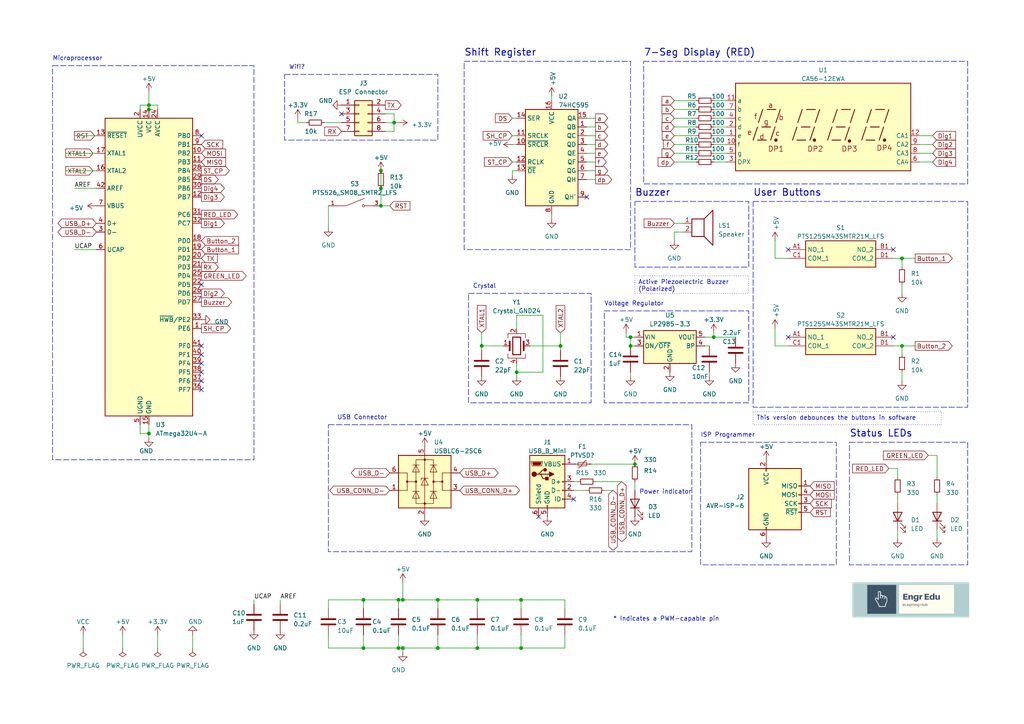
<source format=kicad_sch>
(kicad_sch (version 20230121) (generator eeschema)
  (paper "A4")
  (title_block (title "Arduino Uno Shield") (date "2023-03-22") (rev "1.0"))
  (lib_symbols
    (symbol "+5V_1" (power) (pin_names (offset 0))
      (property "Value" "+5V_1" (at 0 3.556 0))
      (symbol "+5V_1_1_1"
        (pin power_in line (at 0 0 90) (length 0) hide (name "+5V") (number "1"))
      )
    )
    (symbol "74xx:74HC595"
      (property "Reference" "U" (at -7.62 13.97 0))
      (property "Value" "74HC595" (at -7.62 -16.51 0))
      (symbol "74HC595_1_0"
        (pin tri_state line (at 10.16 7.62 180) (length 2.54) (name "QB") (number "1"))
        (pin input line (at -10.16 2.54 0) (length 2.54) (name "~{SRCLR}") (number "10"))
        (pin input line (at -10.16 5.08 0) (length 2.54) (name "SRCLK") (number "11"))
        (pin input line (at -10.16 -2.54 0) (length 2.54) (name "RCLK") (number "12"))
        (pin input line (at -10.16 -5.08 0) (length 2.54) (name "~{OE}") (number "13"))
        (pin input line (at -10.16 10.16 0) (length 2.54) (name "SER") (number "14"))
        (pin tri_state line (at 10.16 10.16 180) (length 2.54) (name "QA") (number "15"))
        (pin power_in line (at 0 15.24 270) (length 2.54) (name "VCC") (number "16"))
        (pin tri_state line (at 10.16 5.08 180) (length 2.54) (name "QC") (number "2"))
        (pin tri_state line (at 10.16 2.54 180) (length 2.54) (name "QD") (number "3"))
        (pin tri_state line (at 10.16 0 180) (length 2.54) (name "QE") (number "4"))
        (pin tri_state line (at 10.16 -2.54 180) (length 2.54) (name "QF") (number "5"))
        (pin tri_state line (at 10.16 -5.08 180) (length 2.54) (name "QG") (number "6"))
        (pin tri_state line (at 10.16 -7.62 180) (length 2.54) (name "QH") (number "7"))
        (pin power_in line (at 0 -17.78 90) (length 2.54) (name "GND") (number "8"))
        (pin output line (at 10.16 -12.7 180) (length 2.54) (name "QH'") (number "9"))
      )
    )
    (symbol "Connector:AVR-ISP-6" (pin_names (offset 1.016))
      (property "Reference" "J" (at -6.35 11.43 0))
      (property "Value" "AVR-ISP-6" (at 0 11.43 0))
      (symbol "AVR-ISP-6_1_1"
        (pin passive line (at 10.16 5.08 180) (length 2.54) (name "MISO") (number "1"))
        (pin passive line (at -2.54 12.7 270) (length 2.54) (name "VCC") (number "2"))
        (pin passive line (at 10.16 0 180) (length 2.54) (name "SCK") (number "3"))
        (pin passive line (at 10.16 2.54 180) (length 2.54) (name "MOSI") (number "4"))
        (pin passive line (at 10.16 -2.54 180) (length 2.54) (name "~{RST}") (number "5"))
        (pin passive line (at -2.54 -10.16 90) (length 2.54) (name "GND") (number "6"))
      )
    )
    (symbol "Connector:USB_B_Mini" (pin_names (offset 1.016))
      (property "Reference" "J" (at -5.08 11.43 0))
      (property "Value" "USB_B_Mini" (at -5.08 8.89 0))
      (symbol "USB_B_Mini_1_1"
        (pin power_out line (at 7.62 5.08 180) (length 2.54) (name "VBUS") (number "1"))
        (pin bidirectional line (at 7.62 -2.54 180) (length 2.54) (name "D-") (number "2"))
        (pin bidirectional line (at 7.62 0 180) (length 2.54) (name "D+") (number "3"))
        (pin passive line (at 7.62 -5.08 180) (length 2.54) (name "ID") (number "4"))
        (pin power_out line (at 0 -10.16 90) (length 2.54) (name "GND") (number "5"))
        (pin passive line (at -2.54 -10.16 90) (length 2.54) (name "Shield") (number "6"))
      )
    )
    (symbol "Connector_Generic:Conn_02x04_Odd_Even" (pin_names (offset 1.016) hide)
      (property "Reference" "J" (at 1.27 5.08 0))
      (property "Value" "Conn_02x04_Odd_Even" (at 1.27 -7.62 0))
      (symbol "Conn_02x04_Odd_Even_1_1"
        (pin passive line (at -5.08 2.54 0) (length 3.81) (name "Pin_1") (number "1"))
        (pin passive line (at 7.62 2.54 180) (length 3.81) (name "Pin_2") (number "2"))
        (pin passive line (at -5.08 0 0) (length 3.81) (name "Pin_3") (number "3"))
        (pin passive line (at 7.62 0 180) (length 3.81) (name "Pin_4") (number "4"))
        (pin passive line (at -5.08 -2.54 0) (length 3.81) (name "Pin_5") (number "5"))
        (pin passive line (at 7.62 -2.54 180) (length 3.81) (name "Pin_6") (number "6"))
        (pin passive line (at -5.08 -5.08 0) (length 3.81) (name "Pin_7") (number "7"))
        (pin passive line (at 7.62 -5.08 180) (length 3.81) (name "Pin_8") (number "8"))
      )
    )
    (symbol "Device:C" (pin_numbers hide) (pin_names (offset 0.254))
      (property "Reference" "C" (at 0.635 2.54 0))
      (property "Value" "C" (at 0.635 -2.54 0))
      (symbol "C_1_1"
        (pin passive line (at 0 3.81 270) (length 2.794) (name "~") (number "1"))
        (pin passive line (at 0 -3.81 90) (length 2.794) (name "~") (number "2"))
      )
    )
    (symbol "Device:Crystal_GND24" (pin_names (offset 1.016) hide)
      (property "Reference" "Y" (at 3.175 5.08 0))
      (property "Value" "Crystal_GND24" (at 3.175 3.175 0))
      (symbol "Crystal_GND24_1_1"
        (pin passive line (at -3.81 0 0) (length 1.27) (name "1") (number "1"))
        (pin passive line (at 0 5.08 270) (length 1.27) (name "2") (number "2"))
        (pin passive line (at 3.81 0 180) (length 1.27) (name "3") (number "3"))
        (pin passive line (at 0 -5.08 90) (length 1.27) (name "4") (number "4"))
      )
    )
    (symbol "Device:LED" (pin_numbers hide) (pin_names (offset 1.016) hide)
      (property "Reference" "D" (at 0 2.54 0))
      (property "Value" "LED" (at 0 -2.54 0))
      (symbol "LED_1_1"
        (pin passive line (at -3.81 0 0) (length 2.54) (name "K") (number "1"))
        (pin passive line (at 3.81 0 180) (length 2.54) (name "A") (number "2"))
      )
    )
    (symbol "Device:Polyfuse_Small" (pin_numbers hide) (pin_names (offset 0))
      (property "Reference" "F" (at -1.905 0 90))
      (property "Value" "Polyfuse_Small" (at 1.905 0 90))
      (symbol "Polyfuse_Small_1_1"
        (pin passive line (at 0 2.54 270) (length 0.635) (name "~") (number "1"))
        (pin passive line (at 0 -2.54 90) (length 0.635) (name "~") (number "2"))
      )
    )
    (symbol "Device:R_Small" (pin_numbers hide) (pin_names (offset 0.254) hide)
      (property "Reference" "R" (at 0.762 0.508 0))
      (property "Value" "R_Small" (at 0.762 -1.016 0))
      (symbol "R_Small_1_1"
        (pin passive line (at 0 2.54 270) (length 0.762) (name "~") (number "1"))
        (pin passive line (at 0 -2.54 90) (length 0.762) (name "~") (number "2"))
      )
    )
    (symbol "Device:Speaker" (pin_names (offset 0) hide)
      (property "Reference" "LS" (at 1.27 5.715 0))
      (property "Value" "Speaker" (at 1.27 3.81 0))
      (symbol "Speaker_1_1"
        (pin input line (at -5.08 0 0) (length 2.54) (name "1") (number "1"))
        (pin input line (at -5.08 -2.54 0) (length 2.54) (name "2") (number "2"))
      )
    )
    (symbol "Display_Character:CA56-12EWA"
      (property "Reference" "U" (at -24.13 13.97 0))
      (property "Value" "CA56-12EWA" (at 19.05 13.97 0))
      (symbol "CA56-12EWA_0_0"
        (text "a" (at -15.24 6.35 0) (effects (font (size 1.524 1.524))))
        (text "b" (at -12.192 2.794 0) (effects (font (size 1.524 1.524))))
        (text "c" (at -13.208 -1.778 0) (effects (font (size 1.524 1.524))))
        (text "d" (at -17.78 -2.794 0) (effects (font (size 1.524 1.524))))
        (text "DP1" (at -13.716 -6.35 0) (effects (font (size 1.524 1.524))))
        (text "DP2" (at -2.286 -6.35 0) (effects (font (size 1.524 1.524))))
        (text "DP3" (at 7.62 -6.35 0) (effects (font (size 1.524 1.524))))
        (text "DP4" (at 17.78 -6.096 0) (effects (font (size 1.524 1.524))))
        (text "e" (at -21.336 -1.524 0) (effects (font (size 1.524 1.524))))
        (text "f" (at -19.558 3.048 0) (effects (font (size 1.524 1.524))))
        (text "g" (at -16.51 1.524 0) (effects (font (size 1.524 1.524))))
      )
      (symbol "CA56-12EWA_1_1"
        (pin input line (at -27.94 -2.54 0) (length 2.54) (name "e") (number "1"))
        (pin input line (at -27.94 -5.08 0) (length 2.54) (name "f") (number "10"))
        (pin input line (at -27.94 7.62 0) (length 2.54) (name "a") (number "11"))
        (pin input line (at 27.94 -2.54 180) (length 2.54) (name "CA1") (number "12"))
        (pin input line (at -27.94 0 0) (length 2.54) (name "d") (number "2"))
        (pin input line (at -27.94 -10.16 0) (length 2.54) (name "DPX") (number "3"))
        (pin input line (at -27.94 2.54 0) (length 2.54) (name "c") (number "4"))
        (pin input line (at -27.94 -7.62 0) (length 2.54) (name "g") (number "5"))
        (pin input line (at 27.94 -10.16 180) (length 2.54) (name "CA4") (number "6"))
        (pin input line (at -27.94 5.08 0) (length 2.54) (name "b") (number "7"))
        (pin input line (at 27.94 -7.62 180) (length 2.54) (name "CA3") (number "8"))
        (pin input line (at 27.94 -5.08 180) (length 2.54) (name "CA2") (number "9"))
      )
    )
    (symbol "GND_1" (power) (pin_names (offset 0))
      (property "Value" "GND_1" (at 0 -3.81 0))
      (symbol "GND_1_1_1"
        (pin power_in line (at 0 0 270) (length 0) hide (name "GND") (number "1"))
      )
    )
    (symbol "GND_2" (power) (pin_names (offset 0))
      (property "Value" "GND_2" (at 0 -3.81 0))
      (symbol "GND_2_1_1"
        (pin power_in line (at 0 0 270) (length 0) hide (name "GND") (number "1"))
      )
    )
    (symbol "GND_3" (power) (pin_names (offset 0))
      (property "Value" "GND_3" (at 0 -3.81 0))
      (symbol "GND_3_1_1"
        (pin power_in line (at 0 0 270) (length 0) hide (name "GND") (number "1"))
      )
    )
    (symbol "GND_4" (power) (pin_names (offset 0))
      (property "Value" "GND_4" (at 0 -3.81 0))
      (symbol "GND_4_1_1"
        (pin power_in line (at 0 0 270) (length 0) hide (name "GND") (number "1"))
      )
    )
    (symbol "MCU_Microchip_ATmega:ATmega32U4-A"
      (property "Reference" "U" (at -12.7 44.45 0))
      (property "Value" "ATmega32U4-A" (at 2.54 -44.45 0))
      (symbol "ATmega32U4-A_1_1"
        (pin bidirectional line (at 15.24 -17.78 180) (length 2.54) (name "PE6") (number "1"))
        (pin bidirectional line (at 15.24 33.02 180) (length 2.54) (name "PB2") (number "10"))
        (pin bidirectional line (at 15.24 30.48 180) (length 2.54) (name "PB3") (number "11"))
        (pin bidirectional line (at 15.24 20.32 180) (length 2.54) (name "PB7") (number "12"))
        (pin input line (at -15.24 38.1 0) (length 2.54) (name "~{RESET}") (number "13"))
        (pin power_in line (at 0 45.72 270) (length 2.54) (name "VCC") (number "14"))
        (pin power_in line (at 0 -45.72 90) (length 2.54) (name "GND") (number "15"))
        (pin output line (at -15.24 27.94 0) (length 2.54) (name "XTAL2") (number "16"))
        (pin input line (at -15.24 33.02 0) (length 2.54) (name "XTAL1") (number "17"))
        (pin bidirectional line (at 15.24 7.62 180) (length 2.54) (name "PD0") (number "18"))
        (pin bidirectional line (at 15.24 5.08 180) (length 2.54) (name "PD1") (number "19"))
        (pin power_in line (at -2.54 45.72 270) (length 2.54) (name "UVCC") (number "2"))
        (pin bidirectional line (at 15.24 2.54 180) (length 2.54) (name "PD2") (number "20"))
        (pin bidirectional line (at 15.24 0 180) (length 2.54) (name "PD3") (number "21"))
        (pin bidirectional line (at 15.24 -5.08 180) (length 2.54) (name "PD5") (number "22"))
        (pin passive line (at 0 -45.72 90) (length 2.54) hide (name "GND") (number "23"))
        (pin power_in line (at 2.54 45.72 270) (length 2.54) (name "AVCC") (number "24"))
        (pin bidirectional line (at 15.24 -2.54 180) (length 2.54) (name "PD4") (number "25"))
        (pin bidirectional line (at 15.24 -7.62 180) (length 2.54) (name "PD6") (number "26"))
        (pin bidirectional line (at 15.24 -10.16 180) (length 2.54) (name "PD7") (number "27"))
        (pin bidirectional line (at 15.24 27.94 180) (length 2.54) (name "PB4") (number "28"))
        (pin bidirectional line (at 15.24 25.4 180) (length 2.54) (name "PB5") (number "29"))
        (pin bidirectional line (at -15.24 10.16 0) (length 2.54) (name "D-") (number "3"))
        (pin bidirectional line (at 15.24 22.86 180) (length 2.54) (name "PB6") (number "30"))
        (pin bidirectional line (at 15.24 15.24 180) (length 2.54) (name "PC6") (number "31"))
        (pin bidirectional line (at 15.24 12.7 180) (length 2.54) (name "PC7") (number "32"))
        (pin bidirectional line (at 15.24 -15.24 180) (length 2.54) (name "~{HWB}/PE2") (number "33"))
        (pin passive line (at 0 45.72 270) (length 2.54) hide (name "VCC") (number "34"))
        (pin passive line (at 0 -45.72 90) (length 2.54) hide (name "GND") (number "35"))
        (pin bidirectional line (at 15.24 -35.56 180) (length 2.54) (name "PF7") (number "36"))
        (pin bidirectional line (at 15.24 -33.02 180) (length 2.54) (name "PF6") (number "37"))
        (pin bidirectional line (at 15.24 -30.48 180) (length 2.54) (name "PF5") (number "38"))
        (pin bidirectional line (at 15.24 -27.94 180) (length 2.54) (name "PF4") (number "39"))
        (pin bidirectional line (at -15.24 12.7 0) (length 2.54) (name "D+") (number "4"))
        (pin bidirectional line (at 15.24 -25.4 180) (length 2.54) (name "PF1") (number "40"))
        (pin bidirectional line (at 15.24 -22.86 180) (length 2.54) (name "PF0") (number "41"))
        (pin passive line (at -15.24 22.86 0) (length 2.54) (name "AREF") (number "42"))
        (pin passive line (at 0 -45.72 90) (length 2.54) hide (name "GND") (number "43"))
        (pin passive line (at 2.54 45.72 270) (length 2.54) hide (name "AVCC") (number "44"))
        (pin passive line (at -2.54 -45.72 90) (length 2.54) (name "UGND") (number "5"))
        (pin passive line (at -15.24 5.08 0) (length 2.54) (name "UCAP") (number "6"))
        (pin input line (at -15.24 17.78 0) (length 2.54) (name "VBUS") (number "7"))
        (pin bidirectional line (at 15.24 38.1 180) (length 2.54) (name "PB0") (number "8"))
        (pin bidirectional line (at 15.24 35.56 180) (length 2.54) (name "PB1") (number "9"))
      )
    )
    (symbol "PTS125_SMD_Button:PTS125SM43SMTR21M_LFS"
      (property "Reference" "S" (at 26.67 7.62 0))
      (property "Value" "PTS125SM43SMTR21M_LFS" (at 26.67 5.08 0))
      (symbol "PTS125SM43SMTR21M_LFS_1_1"
        (pin passive line (at 0 0 0) (length 5.08) (name "NO_1") (number "A1"))
        (pin passive line (at 30.48 0 180) (length 5.08) (name "NO_2") (number "B1"))
        (pin passive line (at 0 -2.54 0) (length 5.08) (name "COM_1") (number "C1"))
        (pin passive line (at 30.48 -2.54 180) (length 5.08) (name "COM_2") (number "D1"))
      )
    )
    (symbol "PTS526_SMD_Button:PTS526_SM08_SMTR2_LFS" (pin_names (offset 1.016))
      (property "Reference" "S" (at -2.54 2.54 0))
      (property "Value" "PTS526_SM08_SMTR2_LFS" (at -2.54 -2.54 0))
      (symbol "PTS526_SM08_SMTR2_LFS_0_0"
        (pin passive line (at -7.62 0 0) (length 2.54) (name "~") (number "1"))
        (pin passive line (at 7.62 0 180) (length 2.54) (name "~") (number "3"))
      )
    )
    (symbol "Power_Protection:USBLC6-2SC6" (pin_names hide)
      (property "Reference" "U" (at 2.54 8.89 0))
      (property "Value" "USBLC6-2SC6" (at 2.54 -8.89 0))
      (symbol "USBLC6-2SC6_1_1"
        (pin passive line (at -10.16 -2.54 0) (length 2.54) (name "I/O1") (number "1"))
        (pin passive line (at 0 -10.16 90) (length 2.54) (name "GND") (number "2"))
        (pin passive line (at 10.16 -2.54 180) (length 2.54) (name "I/O2") (number "3"))
        (pin passive line (at 10.16 2.54 180) (length 2.54) (name "I/O2") (number "4"))
        (pin passive line (at 0 10.16 270) (length 2.54) (name "VBUS") (number "5"))
        (pin passive line (at -10.16 2.54 0) (length 2.54) (name "I/O1") (number "6"))
      )
    )
    (symbol "Regulator_Linear:LP2985-3.3" (pin_names (offset 0.254))
      (property "Reference" "U" (at -6.35 5.715 0))
      (property "Value" "LP2985-3.3" (at 0 5.715 0))
      (symbol "LP2985-3.3_1_1"
        (pin power_in line (at -10.16 2.54 0) (length 2.54) (name "VIN") (number "1"))
        (pin power_in line (at 0 -7.62 90) (length 2.54) (name "GND") (number "2"))
        (pin input line (at -10.16 0 0) (length 2.54) (name "ON/~{OFF}") (number "3"))
        (pin input line (at 10.16 0 180) (length 2.54) (name "BP") (number "4"))
        (pin power_out line (at 10.16 2.54 180) (length 2.54) (name "VOUT") (number "5"))
      )
    )
    (symbol "power:+3.3V" (power) (pin_names (offset 0))
      (property "Value" "+3.3V" (at 0 3.556 0))
      (symbol "+3.3V_1_1"
        (pin power_in line (at 0 0 90) (length 0) hide (name "+3.3V") (number "1"))
      )
    )
    (symbol "power:+5V" (power) (pin_names (offset 0))
      (property "Value" "+5V" (at 0 3.556 0))
      (symbol "+5V_1_1"
        (pin power_in line (at 0 0 90) (length 0) hide (name "+5V") (number "1"))
      )
    )
    (symbol "power:GND" (power) (pin_names (offset 0))
      (property "Value" "GND" (at 0 -3.81 0))
      (symbol "GND_1_1"
        (pin power_in line (at 0 0 270) (length 0) hide (name "GND") (number "1"))
      )
    )
    (symbol "power:PWR_FLAG" (power) (pin_numbers hide) (pin_names (offset 0) hide)
      (property "Value" "PWR_FLAG" (at 0 3.81 0))
      (symbol "PWR_FLAG_0_0"
        (pin power_out line (at 0 0 90) (length 0) (name "pwr") (number "1"))
      )
    )
    (symbol "power:VCC" (power) (pin_names (offset 0))
      (property "Value" "VCC" (at 0 3.81 0))
      (symbol "VCC_1_1"
        (pin power_in line (at 0 0 90) (length 0) hide (name "VCC") (number "1"))
      )
    )
  )
  (junction (at 43.18 30.48))
  (junction (at 116.84 173.99))
  (junction (at 105.41 187.96))
  (junction (at 115.57 173.99))
  (junction (at 138.43 173.99))
  (junction (at 114.3 35.56))
  (junction (at 207.01 97.79))
  (junction (at 184.15 134.62))
  (junction (at 110.49 49.53))
  (junction (at 105.41 173.99))
  (junction (at 149.86 107.95))
  (junction (at 127 187.96))
  (junction (at 127 173.99))
  (junction (at 110.49 54.61))
  (junction (at 261.62 100.33))
  (junction (at 182.88 97.79))
  (junction (at 151.13 187.96))
  (junction (at 115.57 187.96))
  (junction (at 151.13 173.99))
  (junction (at 110.49 59.69))
  (junction (at 182.88 100.33))
  (junction (at 162.56 100.33))
  (junction (at 116.84 187.96))
  (junction (at 261.62 74.93))
  (junction (at 43.18 31.75))
  (junction (at 43.18 125.73))
  (junction (at 139.7 100.33))
  (junction (at 138.43 187.96))
  (no_connect (at 259.08 97.79))
  (no_connect (at 58.42 100.33))
  (no_connect (at 58.42 82.55))
  (no_connect (at 99.06 33.02))
  (no_connect (at 156.21 149.86))
  (no_connect (at 170.18 57.15))
  (no_connect (at 228.6 97.79))
  (no_connect (at 58.42 110.49))
  (no_connect (at 58.42 105.41))
  (no_connect (at 58.42 102.87))
  (no_connect (at 259.08 72.39))
  (no_connect (at 58.42 113.03))
  (no_connect (at 58.42 107.95))
  (no_connect (at 228.6 72.39))
  (no_connect (at 58.42 39.37))
  (no_connect (at 166.37 144.78))
  (wire (pts (xy 105.41 173.99) (xy 115.57 173.99)))
  (wire (pts (xy 86.36 35.56) (xy 88.9 35.56)))
  (wire (pts (xy 151.13 173.99) (xy 163.83 173.99)))
  (wire (pts (xy 160.02 62.23) (xy 160.02 63.5)))
  (wire (pts (xy 162.56 96.52) (xy 162.56 100.33)))
  (wire (pts (xy 261.62 100.33) (xy 261.62 102.87)))
  (wire (pts (xy 207.01 34.29) (xy 210.82 34.29)))
  (wire (pts (xy 138.43 187.96) (xy 151.13 187.96)))
  (wire (pts (xy 138.43 173.99) (xy 151.13 173.99)))
  (wire (pts (xy 184.15 100.33) (xy 182.88 100.33)))
  (wire (pts (xy 151.13 176.53) (xy 151.13 173.99)))
  (wire (pts (xy 105.41 187.96) (xy 115.57 187.96)))
  (wire (pts (xy 93.98 35.56) (xy 99.06 35.56)))
  (wire (pts (xy 195.58 67.31) (xy 195.58 69.85)))
  (wire (pts (xy 170.18 34.29) (xy 172.72 34.29)))
  (wire (pts (xy 115.57 187.96) (xy 116.84 187.96)))
  (wire (pts (xy 261.62 100.33) (xy 265.43 100.33)))
  (wire (pts (xy 95.25 176.53) (xy 95.25 173.99)))
  (wire (pts (xy 228.6 74.93) (xy 224.79 74.93)))
  (wire (pts (xy 105.41 184.15) (xy 105.41 187.96)))
  (wire (pts (xy 204.47 100.33) (xy 205.74 100.33)))
  (wire (pts (xy 261.62 74.93) (xy 261.62 77.47)))
  (wire (pts (xy 138.43 184.15) (xy 138.43 187.96)))
  (wire (pts (xy 260.35 143.51) (xy 260.35 146.05)))
  (wire (pts (xy 43.18 31.75) (xy 44.45 31.75)))
  (wire (pts (xy 110.49 49.53) (xy 110.49 54.61)))
  (wire (pts (xy 111.76 33.02) (xy 114.3 33.02)))
  (wire (pts (xy 81.28 173.99) (xy 81.28 175.26)))
  (wire (pts (xy 166.37 142.24) (xy 170.18 142.24)))
  (wire (pts (xy 148.59 39.37) (xy 149.86 39.37)))
  (wire (pts (xy 127 187.96) (xy 138.43 187.96)))
  (wire (pts (xy 149.86 107.95) (xy 149.86 109.22)))
  (wire (pts (xy 116.84 187.96) (xy 127 187.96)))
  (wire (pts (xy 172.72 139.7) (xy 180.34 139.7)))
  (wire (pts (xy 163.83 176.53) (xy 163.83 173.99)))
  (wire (pts (xy 195.58 34.29) (xy 201.93 34.29)))
  (wire (pts (xy 195.58 64.77) (xy 198.12 64.77)))
  (wire (pts (xy 266.7 41.91) (xy 270.51 41.91)))
  (wire (pts (xy 151.13 187.96) (xy 163.83 187.96)))
  (wire (pts (xy 43.18 26.67) (xy 43.18 30.48)))
  (wire (pts (xy 207.01 96.52) (xy 207.01 97.79)))
  (wire (pts (xy 271.78 132.08) (xy 271.78 138.43)))
  (wire (pts (xy 195.58 31.75) (xy 201.93 31.75)))
  (wire (pts (xy 116.84 187.96) (xy 116.84 189.23)))
  (wire (pts (xy 149.86 105.41) (xy 149.86 107.95)))
  (wire (pts (xy 45.72 31.75) (xy 45.72 30.48)))
  (wire (pts (xy 149.86 49.53) (xy 148.59 49.53)))
  (wire (pts (xy 115.57 176.53) (xy 115.57 173.99)))
  (wire (pts (xy 163.83 184.15) (xy 163.83 187.96)))
  (wire (pts (xy 271.78 143.51) (xy 271.78 146.05)))
  (wire (pts (xy 195.58 39.37) (xy 201.93 39.37)))
  (wire (pts (xy 207.01 97.79) (xy 204.47 97.79)))
  (wire (pts (xy 160.02 27.94) (xy 160.02 29.21)))
  (wire (pts (xy 157.48 107.95) (xy 149.86 107.95)))
  (wire (pts (xy 269.24 132.08) (xy 271.78 132.08)))
  (wire (pts (xy 21.59 54.61) (xy 27.94 54.61)))
  (wire (pts (xy 19.05 44.45) (xy 27.94 44.45)))
  (wire (pts (xy 116.84 168.91) (xy 116.84 173.99)))
  (wire (pts (xy 95.25 59.69) (xy 95.25 66.04)))
  (wire (pts (xy 111.76 38.1) (xy 114.3 38.1)))
  (wire (pts (xy 43.18 30.48) (xy 43.18 31.75)))
  (wire (pts (xy 195.58 41.91) (xy 201.93 41.91)))
  (wire (pts (xy 148.59 34.29) (xy 149.86 34.29)))
  (wire (pts (xy 207.01 29.21) (xy 210.82 29.21)))
  (wire (pts (xy 55.88 184.15) (xy 55.88 187.96)))
  (wire (pts (xy 21.59 72.39) (xy 27.94 72.39)))
  (wire (pts (xy 261.62 74.93) (xy 265.43 74.93)))
  (wire (pts (xy 114.3 35.56) (xy 115.57 35.56)))
  (wire (pts (xy 271.78 153.67) (xy 271.78 156.21)))
  (wire (pts (xy 170.18 46.99) (xy 172.72 46.99)))
  (wire (pts (xy 266.7 44.45) (xy 270.51 44.45)))
  (wire (pts (xy 95.25 187.96) (xy 105.41 187.96)))
  (wire (pts (xy 171.45 134.62) (xy 184.15 134.62)))
  (wire (pts (xy 45.72 184.15) (xy 45.72 187.96)))
  (wire (pts (xy 162.56 101.6) (xy 162.56 100.33)))
  (wire (pts (xy 148.59 41.91) (xy 149.86 41.91)))
  (wire (pts (xy 207.01 36.83) (xy 210.82 36.83)))
  (wire (pts (xy 259.08 74.93) (xy 261.62 74.93)))
  (wire (pts (xy 110.49 59.69) (xy 113.03 59.69)))
  (wire (pts (xy 116.84 173.99) (xy 127 173.99)))
  (wire (pts (xy 43.18 123.19) (xy 43.18 125.73)))
  (wire (pts (xy 182.88 97.79) (xy 182.88 100.33)))
  (wire (pts (xy 139.7 96.52) (xy 139.7 100.33)))
  (wire (pts (xy 115.57 173.99) (xy 116.84 173.99)))
  (wire (pts (xy 195.58 46.99) (xy 201.93 46.99)))
  (wire (pts (xy 198.12 67.31) (xy 195.58 67.31)))
  (wire (pts (xy 182.88 97.79) (xy 181.61 97.79)))
  (wire (pts (xy 40.64 123.19) (xy 40.64 125.73)))
  (wire (pts (xy 45.72 30.48) (xy 43.18 30.48)))
  (wire (pts (xy 127 176.53) (xy 127 173.99)))
  (wire (pts (xy 162.56 100.33) (xy 153.67 100.33)))
  (wire (pts (xy 43.18 125.73) (xy 43.18 127)))
  (wire (pts (xy 95.25 173.99) (xy 105.41 173.99)))
  (wire (pts (xy 207.01 97.79) (xy 213.36 97.79)))
  (wire (pts (xy 86.36 34.29) (xy 86.36 35.56)))
  (wire (pts (xy 95.25 184.15) (xy 95.25 187.96)))
  (wire (pts (xy 184.15 97.79) (xy 182.88 97.79)))
  (wire (pts (xy 148.59 49.53) (xy 148.59 50.8)))
  (wire (pts (xy 207.01 44.45) (xy 210.82 44.45)))
  (wire (pts (xy 127 173.99) (xy 138.43 173.99)))
  (wire (pts (xy 170.18 39.37) (xy 172.72 39.37)))
  (wire (pts (xy 24.13 184.15) (xy 24.13 187.96)))
  (wire (pts (xy 207.01 31.75) (xy 210.82 31.75)))
  (wire (pts (xy 195.58 36.83) (xy 201.93 36.83)))
  (wire (pts (xy 139.7 100.33) (xy 146.05 100.33)))
  (wire (pts (xy 207.01 41.91) (xy 210.82 41.91)))
  (wire (pts (xy 149.86 95.25) (xy 149.86 91.44)))
  (wire (pts (xy 184.15 139.7) (xy 184.15 142.24)))
  (wire (pts (xy 40.64 31.75) (xy 40.64 30.48)))
  (wire (pts (xy 166.37 139.7) (xy 167.64 139.7)))
  (wire (pts (xy 157.48 91.44) (xy 157.48 107.95)))
  (wire (pts (xy 139.7 101.6) (xy 139.7 100.33)))
  (wire (pts (xy 261.62 82.55) (xy 261.62 85.09)))
  (wire (pts (xy 73.66 173.99) (xy 73.66 175.26)))
  (wire (pts (xy 170.18 41.91) (xy 172.72 41.91)))
  (wire (pts (xy 151.13 184.15) (xy 151.13 187.96)))
  (wire (pts (xy 266.7 46.99) (xy 270.51 46.99)))
  (wire (pts (xy 170.18 44.45) (xy 172.72 44.45)))
  (wire (pts (xy 40.64 30.48) (xy 43.18 30.48)))
  (wire (pts (xy 224.79 74.93) (xy 224.79 69.85)))
  (wire (pts (xy 170.18 36.83) (xy 172.72 36.83)))
  (wire (pts (xy 127 184.15) (xy 127 187.96)))
  (wire (pts (xy 138.43 176.53) (xy 138.43 173.99)))
  (wire (pts (xy 261.62 107.95) (xy 261.62 110.49)))
  (wire (pts (xy 19.05 49.53) (xy 27.94 49.53)))
  (wire (pts (xy 195.58 29.21) (xy 201.93 29.21)))
  (wire (pts (xy 195.58 44.45) (xy 201.93 44.45)))
  (wire (pts (xy 149.86 91.44) (xy 157.48 91.44)))
  (wire (pts (xy 21.59 39.37) (xy 27.94 39.37)))
  (wire (pts (xy 114.3 33.02) (xy 114.3 35.56)))
  (wire (pts (xy 260.35 135.89) (xy 260.35 138.43)))
  (wire (pts (xy 182.88 107.95) (xy 182.88 109.22)))
  (wire (pts (xy 260.35 153.67) (xy 260.35 156.21)))
  (wire (pts (xy 40.64 125.73) (xy 43.18 125.73)))
  (wire (pts (xy 224.79 100.33) (xy 224.79 95.25)))
  (wire (pts (xy 111.76 35.56) (xy 114.3 35.56)))
  (wire (pts (xy 114.3 38.1) (xy 114.3 35.56)))
  (wire (pts (xy 207.01 39.37) (xy 210.82 39.37)))
  (wire (pts (xy 105.41 176.53) (xy 105.41 173.99)))
  (wire (pts (xy 170.18 52.07) (xy 172.72 52.07)))
  (wire (pts (xy 115.57 184.15) (xy 115.57 187.96)))
  (wire (pts (xy 266.7 39.37) (xy 270.51 39.37)))
  (wire (pts (xy 228.6 100.33) (xy 224.79 100.33)))
  (wire (pts (xy 205.74 107.95) (xy 205.74 109.22)))
  (wire (pts (xy 35.56 184.15) (xy 35.56 187.96)))
  (wire (pts (xy 148.59 46.99) (xy 149.86 46.99)))
  (wire (pts (xy 259.08 100.33) (xy 261.62 100.33)))
  (wire (pts (xy 257.81 135.89) (xy 260.35 135.89)))
  (wire (pts (xy 110.49 54.61) (xy 110.49 59.69)))
  (wire (pts (xy 181.61 97.79) (xy 181.61 96.52)))
  (wire (pts (xy 170.18 49.53) (xy 172.72 49.53)))
  (wire (pts (xy 207.01 46.99) (xy 210.82 46.99)))
  (wire (pts (xy 175.26 142.24) (xy 177.8 142.24)))
  (rectangle (start 15.24 19.05) (end 73.66 133.35) (stroke (width 0) (type dash)))
  (rectangle (start 82.55 21.59) (end 127 40.64) (stroke (width 0) (type dash)))
  (rectangle (start 246.38 128.27) (end 280.67 163.83) (stroke (width 0) (type dash)))
  (rectangle (start 203.2 128.27) (end 242.57 163.83) (stroke (width 0) (type dash)))
  (rectangle (start 175.26 90.17) (end 217.17 116.84) (stroke (width 0) (type dash)))
  (rectangle (start 184.15 58.42) (end 217.17 77.47) (stroke (width 0) (type dash)))
  (rectangle (start 218.44 58.42) (end 280.67 118.11) (stroke (width 0) (type dash)))
  (rectangle (start 135.89 85.09) (end 171.45 116.84) (stroke (width 0) (type dash)))
  (rectangle (start 134.62 17.78) (end 182.88 72.39) (stroke (width 0) (type dash)))
  (rectangle (start 95.25 123.19) (end 200.66 160.02) (stroke (width 0) (type dash)))
  (rectangle (start 186.69 17.78) (end 280.67 53.34) (stroke (width 0) (type dash)))
  (image (at 264.16 173.99) (scale 0.800628))
  (text_box "Active Piezoelectric Buzzer (Polarized)" (at 184.15 80.01 0) (size 33.02 5.08) (stroke (width 0) (type dot)) (effects (font (size 1.27 1.27)) (justify left top)))
  (text_box "This version debounces the buttons in software" (at 218.44 119.38 0) (size 54.61 3.81) (stroke (width 0) (type dot)) (effects (font (size 1.27 1.27)) (justify left top)))
  (text "Shift Register" (at 134.62 16.51 0) (effects (font (size 2 2) (thickness 0.254) bold) (justify left bottom)))
  (text "Microprocessor" (at 15.24 17.78 0) (effects (font (size 1.27 1.27)) (justify left bottom)))
  (text "USB Connector" (at 97.79 121.92 0) (effects (font (size 1.27 1.27)) (justify left bottom)))
  (text "ISP Programmer\n" (at 203.2 127 0) (effects (font (size 1.27 1.27)) (justify left bottom)))
  (text "Status LEDs" (at 246.38 127 0) (effects (font (size 2 2) (thickness 0.254) bold) (justify left bottom)))
  (text "Wifi?" (at 83.82 20.32 0) (effects (font (size 1.27 1.27)) (justify left bottom)))
  (text "Power indicator" (at 185.42 143.51 0) (effects (font (size 1.27 1.27)) (justify left bottom)))
  (text "User Buttons" (at 218.44 57.15 0) (effects (font (size 2 2) (thickness 0.254) bold) (justify left bottom)))
  (text "Buzzer" (at 184.15 57.15 0) (effects (font (size 2 2) (thickness 0.254) bold) (justify left bottom)))
  (text "* Indicates a PWM-capable pin" (at 177.8 180.34 0) (effects (font (size 1.27 1.27)) (justify left bottom)))
  (text "Voltage Regulator" (at 175.26 88.9 0) (effects (font (size 1.27 1.27)) (justify left bottom)))
  (text "7-Seg Display (RED)" (at 186.69 16.51 0) (effects (font (size 2 2) (thickness 0.254) bold) (justify left bottom)))
  (text "Crystal" (at 137.16 83.82 0) (effects (font (size 1.27 1.27)) (justify left bottom)))
  (label "AREF" (at 21.59 54.61 0))
  (label "UCAP" (at 21.59 72.39 0))
  (label "UCAP" (at 73.66 173.99 0))
  (label "AREF" (at 81.28 173.99 0))
  (global_label "Button_2" (shape input) (at 58.42 69.85 0) (property "Intersheetrefs" "${INTERSHEET_REFS}" (effects hide)))
  (global_label "e" (shape output) (at 172.72 44.45 0) (property "Intersheetrefs" "${INTERSHEET_REFS}" (effects hide)))
  (global_label "Button_1" (shape output) (at 265.43 74.93 0) (property "Intersheetrefs" "${INTERSHEET_REFS}" (effects hide)))
  (global_label "g" (shape output) (at 172.72 49.53 0) (property "Intersheetrefs" "${INTERSHEET_REFS}" (effects hide)))
  (global_label "XTAL1" (shape input) (at 139.7 96.52 90) (property "Intersheetrefs" "${INTERSHEET_REFS}" (effects hide)))
  (global_label "SH_CP" (shape output) (at 58.42 95.25 0) (property "Intersheetrefs" "${INTERSHEET_REFS}" (effects hide)))
  (global_label "dp" (shape output) (at 172.72 52.07 0) (property "Intersheetrefs" "${INTERSHEET_REFS}" (effects hide)))
  (global_label "MISO" (shape input) (at 58.42 46.99 0) (property "Intersheetrefs" "${INTERSHEET_REFS}" (effects hide)))
  (global_label "TX" (shape input) (at 58.42 74.93 0) (property "Intersheetrefs" "${INTERSHEET_REFS}" (effects hide)))
  (global_label "b" (shape input) (at 195.58 31.75 180) (property "Intersheetrefs" "${INTERSHEET_REFS}" (effects hide)))
  (global_label "Dig2" (shape output) (at 58.42 85.09 0) (property "Intersheetrefs" "${INTERSHEET_REFS}" (effects hide)))
  (global_label "RST" (shape input) (at 113.03 59.69 0) (property "Intersheetrefs" "${INTERSHEET_REFS}" (effects hide)))
  (global_label "f" (shape output) (at 172.72 46.99 0) (property "Intersheetrefs" "${INTERSHEET_REFS}" (effects hide)))
  (global_label "ST_CP" (shape input) (at 148.59 46.99 180) (property "Intersheetrefs" "${INTERSHEET_REFS}" (effects hide)))
  (global_label "d" (shape input) (at 195.58 36.83 180) (property "Intersheetrefs" "${INTERSHEET_REFS}" (effects hide)))
  (global_label "a" (shape input) (at 195.58 29.21 180) (property "Intersheetrefs" "${INTERSHEET_REFS}" (effects hide)))
  (global_label "Button_1" (shape input) (at 58.42 72.39 0) (property "Intersheetrefs" "${INTERSHEET_REFS}" (effects hide)))
  (global_label "RST" (shape input) (at 234.95 148.59 0) (property "Intersheetrefs" "${INTERSHEET_REFS}" (effects hide)))
  (global_label "Dig4" (shape output) (at 58.42 54.61 0) (property "Intersheetrefs" "${INTERSHEET_REFS}" (effects hide)))
  (global_label "Dig1" (shape output) (at 58.42 64.77 0) (property "Intersheetrefs" "${INTERSHEET_REFS}" (effects hide)))
  (global_label "c" (shape output) (at 172.72 39.37 0) (property "Intersheetrefs" "${INTERSHEET_REFS}" (effects hide)))
  (global_label "RED_LED" (shape output) (at 58.42 62.23 0) (property "Intersheetrefs" "${INTERSHEET_REFS}" (effects hide)))
  (global_label "USB_CONN_D-" (shape bidirectional) (at 177.8 142.24 270) (property "Intersheetrefs" "${INTERSHEET_REFS}" (effects hide)))
  (global_label "g" (shape input) (at 195.58 44.45 180) (property "Intersheetrefs" "${INTERSHEET_REFS}" (effects hide)))
  (global_label "USB_D+" (shape bidirectional) (at 133.35 137.16 0) (property "Intersheetrefs" "${INTERSHEET_REFS}" (effects hide)))
  (global_label "Dig1" (shape input) (at 270.51 39.37 0) (property "Intersheetrefs" "${INTERSHEET_REFS}" (effects hide)))
  (global_label "USB_CONN_D+" (shape bidirectional) (at 133.35 142.24 0) (property "Intersheetrefs" "${INTERSHEET_REFS}" (effects hide)))
  (global_label "GREEN_LED" (shape input) (at 269.24 132.08 180) (property "Intersheetrefs" "${INTERSHEET_REFS}" (effects hide)))
  (global_label "a" (shape output) (at 172.72 34.29 0) (property "Intersheetrefs" "${INTERSHEET_REFS}" (effects hide)))
  (global_label "Dig2" (shape input) (at 270.51 41.91 0) (property "Intersheetrefs" "${INTERSHEET_REFS}" (effects hide)))
  (global_label "MOSI" (shape input) (at 58.42 44.45 0) (property "Intersheetrefs" "${INTERSHEET_REFS}" (effects hide)))
  (global_label "Dig3" (shape output) (at 58.42 57.15 0) (property "Intersheetrefs" "${INTERSHEET_REFS}" (effects hide)))
  (global_label "MISO" (shape input) (at 234.95 140.97 0) (property "Intersheetrefs" "${INTERSHEET_REFS}" (effects hide)))
  (global_label "DS" (shape input) (at 148.59 34.29 180) (property "Intersheetrefs" "${INTERSHEET_REFS}" (effects hide)))
  (global_label "SH_CP" (shape input) (at 148.59 39.37 180) (property "Intersheetrefs" "${INTERSHEET_REFS}" (effects hide)))
  (global_label "Button_2" (shape output) (at 265.43 100.33 0) (property "Intersheetrefs" "${INTERSHEET_REFS}" (effects hide)))
  (global_label "Dig4" (shape input) (at 270.51 46.99 0) (property "Intersheetrefs" "${INTERSHEET_REFS}" (effects hide)))
  (global_label "RX" (shape input) (at 99.06 38.1 180) (property "Intersheetrefs" "${INTERSHEET_REFS}" (effects hide)))
  (global_label "XTAL2" (shape input) (at 162.56 96.52 90) (property "Intersheetrefs" "${INTERSHEET_REFS}" (effects hide)))
  (global_label "TX" (shape output) (at 111.76 30.48 0) (property "Intersheetrefs" "${INTERSHEET_REFS}" (effects hide)))
  (global_label "c" (shape input) (at 195.58 34.29 180) (property "Intersheetrefs" "${INTERSHEET_REFS}" (effects hide)))
  (global_label "SCK" (shape input) (at 234.95 146.05 0) (property "Intersheetrefs" "${INTERSHEET_REFS}" (effects hide)))
  (global_label "dp" (shape input) (at 195.58 46.99 180) (property "Intersheetrefs" "${INTERSHEET_REFS}" (effects hide)))
  (global_label "USB_D+" (shape bidirectional) (at 27.94 64.77 180) (property "Intersheetrefs" "${INTERSHEET_REFS}" (effects hide)))
  (global_label "RX" (shape output) (at 58.42 77.47 0) (property "Intersheetrefs" "${INTERSHEET_REFS}" (effects hide)))
  (global_label "USB_D-" (shape bidirectional) (at 27.94 67.31 180) (property "Intersheetrefs" "${INTERSHEET_REFS}" (effects hide)))
  (global_label "USB_CONN_D+" (shape bidirectional) (at 180.34 139.7 270) (property "Intersheetrefs" "${INTERSHEET_REFS}" (effects hide)))
  (global_label "USB_D-" (shape bidirectional) (at 113.03 137.16 180) (property "Intersheetrefs" "${INTERSHEET_REFS}" (effects hide)))
  (global_label "ST_CP" (shape output) (at 58.42 49.53 0) (property "Intersheetrefs" "${INTERSHEET_REFS}" (effects hide)))
  (global_label "Dig3" (shape input) (at 270.51 44.45 0) (property "Intersheetrefs" "${INTERSHEET_REFS}" (effects hide)))
  (global_label "Buzzer" (shape input) (at 195.58 64.77 180) (property "Intersheetrefs" "${INTERSHEET_REFS}" (effects hide)))
  (global_label "XTAL1" (shape output) (at 19.05 44.45 0) (property "Intersheetrefs" "${INTERSHEET_REFS}" (effects hide)))
  (global_label "XTAL2" (shape output) (at 19.05 49.53 0) (property "Intersheetrefs" "${INTERSHEET_REFS}" (effects hide)))
  (global_label "d" (shape output) (at 172.72 41.91 0) (property "Intersheetrefs" "${INTERSHEET_REFS}" (effects hide)))
  (global_label "GREEN_LED" (shape output) (at 58.42 80.01 0) (property "Intersheetrefs" "${INTERSHEET_REFS}" (effects hide)))
  (global_label "Buzzer" (shape output) (at 58.42 87.63 0) (property "Intersheetrefs" "${INTERSHEET_REFS}" (effects hide)))
  (global_label "SCK" (shape input) (at 58.42 41.91 0) (property "Intersheetrefs" "${INTERSHEET_REFS}" (effects hide)))
  (global_label "USB_CONN_D-" (shape bidirectional) (at 113.03 142.24 180) (property "Intersheetrefs" "${INTERSHEET_REFS}" (effects hide)))
  (global_label "RST" (shape output) (at 21.59 39.37 0) (property "Intersheetrefs" "${INTERSHEET_REFS}" (effects hide)))
  (global_label "e" (shape input) (at 195.58 39.37 180) (property "Intersheetrefs" "${INTERSHEET_REFS}" (effects hide)))
  (global_label "MOSI" (shape input) (at 234.95 143.51 0) (property "Intersheetrefs" "${INTERSHEET_REFS}" (effects hide)))
  (global_label "DS" (shape output) (at 58.42 52.07 0) (property "Intersheetrefs" "${INTERSHEET_REFS}" (effects hide)))
  (global_label "f" (shape input) (at 195.58 41.91 180) (property "Intersheetrefs" "${INTERSHEET_REFS}" (effects hide)))
  (global_label "b" (shape output) (at 172.72 36.83 0) (property "Intersheetrefs" "${INTERSHEET_REFS}" (effects hide)))
  (global_label "RED_LED" (shape input) (at 257.81 135.89 180) (property "Intersheetrefs" "${INTERSHEET_REFS}" (effects hide)))
  (symbol (lib_id "power:+5V") (at 224.79 95.25 0) (unit 1)
    (property "Reference" "#PWR014" (effects hide))
    (property "Value" "+5V" (at 225.1456 92.202 90) (effects (justify left)))
  )
  (symbol (lib_id "power:GND") (at 222.25 156.21 0) (unit 1)
    (property "Reference" "#PWR028" (effects hide))
    (property "Value" "GND" (at 222.25 161.29 0))
  )
  (symbol (lib_id "power:PWR_FLAG") (at 45.72 187.96 180) (unit 1)
    (property "Reference" "#FLG03" (effects hide))
    (property "Value" "PWR_FLAG" (at 45.72 193.04 0))
  )
  (symbol (lib_id "74xx:74HC595") (at 160.02 44.45 0) (unit 1)
    (property "Reference" "U2" (at 161.9759 27.94 0) (effects (justify left)))
    (property "Value" "74HC595" (at 161.9759 30.48 0) (effects (justify left)))
    (property "Footprint" "Package_SO:TSSOP-16_4.4x5mm_P0.65mm" (effects hide))
    (property "Datasheet" "http://www.ti.com/lit/ds/symlink/sn74hc595.pdf" (effects hide))
  )
  (symbol (lib_id "power:GND") (at 182.88 109.22 0) (unit 1)
    (property "Reference" "#PWR038" (effects hide))
    (property "Value" "GND" (at 182.88 114.3 0))
  )
  (symbol (lib_name "+5V_1") (lib_id "power:+5V") (at 184.15 134.62 0) (unit 1)
    (property "Reference" "#PWR024" (effects hide))
    (property "Value" "+5V" (at 184.15 130.81 0))
  )
  (symbol (lib_id "Device:C") (at 105.41 180.34 0) (unit 1)
    (property "Reference" "C4" (at 107.95 180.34 0) (effects (justify left)))
    (property "Value" "0.1uF" (at 107.95 182.88 0) (effects (justify left)))
    (property "Footprint" "Capacitor_SMD:C_0603_1608Metric" (effects hide))
  )
  (symbol (lib_id "Device:C") (at 73.66 179.07 0) (unit 1)
    (property "Reference" "C10" (at 67.31 177.8 0) (effects (justify left)))
    (property "Value" "1uF" (at 67.31 180.34 0) (effects (justify left)))
    (property "Footprint" "Capacitor_SMD:C_0603_1608Metric" (effects hide))
  )
  (symbol (lib_id "Device:LED") (at 260.35 149.86 90) (unit 1)
    (property "Reference" "D1" (at 264.16 150.8125 90) (effects (justify right)))
    (property "Value" "LED" (at 264.16 153.3525 90) (effects (justify right)))
    (property "Footprint" "LED_SMD:LED_0805_2012Metric" (effects hide))
  )
  (symbol (lib_id "power:PWR_FLAG") (at 35.56 187.96 180) (unit 1)
    (property "Reference" "#FLG02" (effects hide))
    (property "Value" "PWR_FLAG" (at 35.56 193.04 0))
  )
  (symbol (lib_id "Device:C") (at 162.56 105.41 0) (unit 1)
    (property "Reference" "C1" (at 166.37 104.775 0) (effects (justify left)))
    (property "Value" "22pF" (at 166.37 107.315 0) (effects (justify left)))
    (property "Footprint" "Capacitor_SMD:C_0201_0603Metric" (effects hide))
  )
  (symbol (lib_name "+5V_1") (lib_id "power:+5V") (at 110.49 49.53 0) (unit 1)
    (property "Reference" "#PWR02" (effects hide))
    (property "Value" "+5V" (at 110.49 45.72 0))
  )
  (symbol (lib_id "power:GND") (at 158.75 149.86 0) (unit 1)
    (property "Reference" "#PWR023" (effects hide))
    (property "Value" "GND" (at 158.75 154.94 0))
  )
  (symbol (lib_id "power:GND") (at 58.42 92.71 90) (unit 1)
    (property "Reference" "#PWR042" (effects hide))
    (property "Value" "GND" (at 62.23 93.345 90) (effects (justify right)))
  )
  (symbol (lib_id "Device:Crystal_GND24") (at 149.86 100.33 0) (unit 1)
    (property "Reference" "Y1" (at 149.86 87.63 0))
    (property "Value" "Crystal_GND24" (at 149.86 90.17 0))
    (property "Footprint" "Crystal:Crystal_SMD_Abracon_ABM8G-4Pin_3.2x2.5mm" (effects hide))
  )
  (symbol (lib_id "power:GND") (at 123.19 149.86 0) (unit 1)
    (property "Reference" "#PWR026" (effects hide))
    (property "Value" "GND" (at 123.19 154.94 0))
  )
  (symbol (lib_id "Device:LED") (at 184.15 146.05 90) (unit 1)
    (property "Reference" "D3" (at 187.96 147.0025 90) (effects (justify right)))
    (property "Value" "LED" (at 187.96 149.5425 90) (effects (justify right)))
    (property "Footprint" "LED_SMD:LED_0805_2012Metric" (effects hide))
  )
  (symbol (lib_id "Connector:AVR-ISP-6") (at 224.79 146.05 0) (unit 1)
    (property "Reference" "J2" (at 215.9 144.145 0) (effects (justify right)))
    (property "Value" "AVR-ISP-6" (at 215.9 146.685 0) (effects (justify right)))
    (property "Footprint" "Connector_PinSocket_2.54mm:PinSocket_2x03_P2.54mm_Vertical" (effects hide))
    (property "Datasheet" " ~" (effects hide))
  )
  (symbol (lib_id "Device:R_Small") (at 170.18 139.7 90) (unit 1)
    (property "Reference" "R15" (at 168.91 137.16 90))
    (property "Value" "330" (at 173.99 137.16 90))
    (property "Footprint" "Resistor_SMD:R_0603_1608Metric" (effects hide))
  )
  (symbol (lib_name "+5V_1") (lib_id "power:+5V") (at 181.61 96.52 0) (unit 1)
    (property "Reference" "#PWR035" (effects hide))
    (property "Value" "+5V" (at 181.61 92.71 0))
  )
  (symbol (lib_id "Device:C") (at 213.36 101.6 0) (unit 1)
    (property "Reference" "C13" (at 209.55 99.06 0) (effects (justify left)))
    (property "Value" "2.2uF" (at 209.55 96.52 0) (effects (justify left)))
    (property "Footprint" "Capacitor_SMD:C_0603_1608Metric" (effects hide))
  )
  (symbol (lib_id "Device:C") (at 95.25 180.34 0) (unit 1)
    (property "Reference" "C3" (at 97.79 180.34 0) (effects (justify left)))
    (property "Value" "10uF" (at 97.79 182.88 0) (effects (justify left)))
    (property "Footprint" "Capacitor_SMD:C_0603_1608Metric" (effects hide))
  )
  (symbol (lib_name "+5V_1") (lib_id "power:+5V") (at 116.84 168.91 0) (unit 1)
    (property "Reference" "#PWR019" (effects hide))
    (property "Value" "+5V" (at 116.84 165.1 0))
  )
  (symbol (lib_id "Device:R_Small") (at 204.47 36.83 90) (unit 1)
    (property "Reference" "R8" (at 200.66 35.56 90))
    (property "Value" "100" (at 208.28 35.56 90))
    (property "Footprint" "Resistor_SMD:R_0805_2012Metric" (effects hide))
  )
  (symbol (lib_id "power:+5V") (at 160.02 27.94 0) (unit 1)
    (property "Reference" "#PWR07" (effects hide))
    (property "Value" "+5V" (at 160.3756 24.892 90) (effects (justify left)))
  )
  (symbol (lib_id "Connector:USB_B_Mini") (at 158.75 139.7 0) (unit 1)
    (property "Reference" "J1" (at 158.75 128.27 0))
    (property "Value" "USB_B_Mini" (at 158.75 130.81 0))
    (property "Footprint" "Connector_USB:USB_Mini-B_Lumberg_2486_01_Horizontal" (effects hide))
  )
  (symbol (lib_id "Device:R_Small") (at 261.62 80.01 0) (unit 1)
    (property "Reference" "R1" (at 264.16 79.375 0) (effects (justify left)))
    (property "Value" "10k" (at 264.16 81.915 0) (effects (justify left)))
    (property "Footprint" "Resistor_SMD:R_0603_1608Metric" (effects hide))
  )
  (symbol (lib_id "Device:R_Small") (at 261.62 105.41 0) (unit 1)
    (property "Reference" "R2" (at 264.16 104.775 0) (effects (justify left)))
    (property "Value" "10k" (at 264.16 107.315 0) (effects (justify left)))
    (property "Footprint" "Resistor_SMD:R_0603_1608Metric" (effects hide))
  )
  (symbol (lib_id "power:GND") (at 205.74 109.22 0) (unit 1)
    (property "Reference" "#PWR036" (effects hide))
    (property "Value" "GND" (at 205.74 114.3 0))
  )
  (symbol (lib_id "Device:R_Small") (at 204.47 34.29 90) (unit 1)
    (property "Reference" "R7" (at 200.66 33.02 90))
    (property "Value" "100" (at 208.28 33.02 90))
    (property "Footprint" "Resistor_SMD:R_0805_2012Metric" (effects hide))
  )
  (symbol (lib_id "Device:LED") (at 271.78 149.86 90) (unit 1)
    (property "Reference" "D2" (at 275.59 150.8125 90) (effects (justify right)))
    (property "Value" "LED" (at 275.59 153.3525 90) (effects (justify right)))
    (property "Footprint" "LED_SMD:LED_0805_2012Metric" (effects hide))
  )
  (symbol (lib_id "Device:C") (at 115.57 180.34 0) (unit 1)
    (property "Reference" "C5" (at 119.38 179.705 0) (effects (justify left)))
    (property "Value" "0.1uF" (at 119.38 182.245 0) (effects (justify left)))
    (property "Footprint" "Capacitor_SMD:C_0603_1608Metric" (effects hide))
  )
  (symbol (lib_id "Regulator_Linear:LP2985-3.3") (at 194.31 100.33 0) (unit 1)
    (property "Reference" "U5" (at 194.31 91.44 0))
    (property "Value" "LP2985-3.3" (at 194.31 93.98 0))
    (property "Footprint" "Package_TO_SOT_SMD:SOT-23-5" (effects hide))
    (property "Datasheet" "http://www.ti.com/lit/ds/symlink/lp2985.pdf" (effects hide))
  )
  (symbol (lib_id "Device:R_Small") (at 204.47 41.91 90) (unit 1)
    (property "Reference" "R10" (at 200.66 40.64 90))
    (property "Value" "100" (at 208.28 40.64 90))
    (property "Footprint" "Resistor_SMD:R_0805_2012Metric" (effects hide))
  )
  (symbol (lib_id "power:+3.3V") (at 86.36 34.29 0) (unit 1)
    (property "Reference" "#PWR032" (effects hide))
    (property "Value" "+3.3V" (at 86.36 30.48 0))
  )
  (symbol (lib_id "power:GND") (at 213.36 105.41 0) (unit 1)
    (property "Reference" "#PWR037" (effects hide))
    (property "Value" "GND" (at 213.36 110.49 0))
  )
  (symbol (lib_name "+5V_1") (lib_id "power:+5V") (at 123.19 129.54 0) (unit 1)
    (property "Reference" "#PWR027" (effects hide))
    (property "Value" "+5V" (at 123.19 125.73 0))
  )
  (symbol (lib_id "Connector_Generic:Conn_02x04_Odd_Even") (at 104.14 33.02 0) (unit 1)
    (property "Reference" "J3" (at 105.41 24.13 0))
    (property "Value" "ESP Connector" (at 105.41 26.67 0))
    (property "Footprint" "Connector_PinSocket_2.54mm:PinSocket_2x04_P2.54mm_Vertical" (effects hide))
  )
  (symbol (lib_name "+5V_1") (lib_id "power:+5V") (at 43.18 26.67 0) (unit 1)
    (property "Reference" "#PWR017" (effects hide))
    (property "Value" "+5V" (at 43.18 22.86 0))
  )
  (symbol (lib_id "PTS125_SMD_Button:PTS125SM43SMTR21M_LFS") (at 228.6 97.79 0) (unit 1)
    (property "Reference" "S2" (at 243.84 91.44 0))
    (property "Value" "PTS125SM43SMTR21M_LFS" (at 243.84 93.98 0))
    (property "Footprint" "PTS125_SMD_Button:PTS125_SMD_Button" (effects hide))
    (property "Datasheet" "https://www.ckswitches.com/media/1462/pts125.pdf" (effects hide))
    (property "Height" "4.3" (effects hide))
    (property "Manufacturer_Name" "C & K COMPONENTS" (effects hide))
    (property "Manufacturer_Part_Number" "PTS125SM43SMTR21M LFS" (effects hide))
    (property "Mouser Part Number" "611-PTS125S43SMTRLFS" (effects hide))
    (property "Mouser Price/Stock" "https://www.mouser.co.uk/ProductDetail/CK/PTS125SM43SMTR21M-LFS?qs=t7xnP681wgUNXpRGJY2Vkw%3D%3D" (effects hide))
  )
  (symbol (lib_id "Device:R_Small") (at 110.49 52.07 0) (unit 1)
    (property "Reference" "R13" (at 113.03 51.435 0) (effects (justify left)))
    (property "Value" "10k" (at 113.03 53.975 0) (effects (justify left)))
    (property "Footprint" "Resistor_SMD:R_0603_1608Metric" (effects hide))
  )
  (symbol (lib_id "Power_Protection:USBLC6-2SC6") (at 123.19 139.7 0) (unit 1)
    (property "Reference" "U4" (at 125.8317 128.27 0) (effects (justify left)))
    (property "Value" "USBLC6-2SC6" (at 125.8317 130.81 0) (effects (justify left)))
    (property "Footprint" "Package_TO_SOT_SMD:SOT-23-6" (effects hide))
    (property "Datasheet" "https://www.st.com/resource/en/datasheet/usblc6-2.pdf" (effects hide))
  )
  (symbol (lib_id "power:GND") (at 116.84 189.23 0) (unit 1)
    (property "Reference" "#PWR018" (effects hide))
    (property "Value" "GND" (at 115.57 194.31 0))
  )
  (symbol (lib_id "Device:R_Small") (at 260.35 140.97 0) (unit 1)
    (property "Reference" "R3" (at 262.89 140.335 0) (effects (justify left)))
    (property "Value" "330" (at 262.89 142.875 0) (effects (justify left)))
    (property "Footprint" "Resistor_SMD:R_0805_2012Metric" (effects hide))
  )
  (symbol (lib_name "GND_1") (lib_id "power:GND") (at 261.62 110.49 0) (unit 1)
    (property "Reference" "#PWR015" (effects hide))
    (property "Value" "GND" (at 261.62 115.57 0))
  )
  (symbol (lib_id "power:GND") (at 139.7 109.22 0) (unit 1)
    (property "Reference" "#PWR04" (effects hide))
    (property "Value" "GND" (at 139.7 114.3 0))
  )
  (symbol (lib_id "Device:C") (at 151.13 180.34 0) (unit 1)
    (property "Reference" "C8" (at 154.94 179.705 0) (effects (justify left)))
    (property "Value" "0.1uF" (at 154.94 182.245 0) (effects (justify left)))
    (property "Footprint" "Capacitor_SMD:C_0603_1608Metric" (effects hide))
  )
  (symbol (lib_id "Device:C") (at 205.74 104.14 0) (unit 1)
    (property "Reference" "C12" (at 200.66 106.68 0) (effects (justify left)))
    (property "Value" "10nF" (at 200.66 109.22 0) (effects (justify left)))
    (property "Footprint" "Capacitor_SMD:C_0603_1608Metric" (effects hide))
  )
  (symbol (lib_id "power:GND") (at 184.15 149.86 0) (unit 1)
    (property "Reference" "#PWR025" (effects hide))
    (property "Value" "GND" (at 184.15 154.94 0))
  )
  (symbol (lib_id "Device:C") (at 182.88 104.14 0) (unit 1)
    (property "Reference" "C14" (at 176.53 102.87 0) (effects (justify left)))
    (property "Value" "1uF" (at 176.53 105.41 0) (effects (justify left)))
    (property "Footprint" "Capacitor_SMD:C_0603_1608Metric" (effects hide))
  )
  (symbol (lib_id "Device:C") (at 163.83 180.34 0) (unit 1)
    (property "Reference" "C9" (at 167.64 179.705 0) (effects (justify left)))
    (property "Value" "0.1uF" (at 167.64 182.245 0) (effects (justify left)))
    (property "Footprint" "Capacitor_SMD:C_0603_1608Metric" (effects hide))
  )
  (symbol (lib_id "Device:R_Small") (at 184.15 137.16 0) (unit 1)
    (property "Reference" "R14" (at 186.69 136.525 0) (effects (justify left)))
    (property "Value" "330" (at 186.69 133.35 0) (effects (justify left)))
    (property "Footprint" "Resistor_SMD:R_0805_2012Metric" (effects hide))
  )
  (symbol (lib_id "PTS125_SMD_Button:PTS125SM43SMTR21M_LFS") (at 228.6 72.39 0) (unit 1)
    (property "Reference" "S1" (at 243.84 66.04 0))
    (property "Value" "PTS125SM43SMTR21M_LFS" (at 243.84 68.58 0))
    (property "Footprint" "PTS125_SMD_Button:PTS125_SMD_Button" (effects hide))
    (property "Datasheet" "https://www.ckswitches.com/media/1462/pts125.pdf" (effects hide))
    (property "Height" "4.3" (effects hide))
    (property "Manufacturer_Name" "C & K COMPONENTS" (effects hide))
    (property "Manufacturer_Part_Number" "PTS125SM43SMTR21M LFS" (effects hide))
    (property "Mouser Part Number" "611-PTS125S43SMTRLFS" (effects hide))
    (property "Mouser Price/Stock" "https://www.mouser.co.uk/ProductDetail/CK/PTS125SM43SMTR21M-LFS?qs=t7xnP681wgUNXpRGJY2Vkw%3D%3D" (effects hide))
  )
  (symbol (lib_id "Device:R_Small") (at 204.47 29.21 90) (unit 1)
    (property "Reference" "R5" (at 200.66 27.94 90))
    (property "Value" "100" (at 208.28 27.94 90))
    (property "Footprint" "Resistor_SMD:R_0805_2012Metric" (effects hide))
  )
  (symbol (lib_id "power:GND") (at 95.25 66.04 0) (unit 1)
    (property "Reference" "#PWR01" (effects hide))
    (property "Value" "GND" (at 95.25 71.12 0))
  )
  (symbol (lib_id "power:+5V") (at 148.59 41.91 90) (unit 1)
    (property "Reference" "#PWR09" (effects hide))
    (property "Value" "+5V" (at 145.542 41.5544 90) (effects (justify left)))
  )
  (symbol (lib_id "Device:C") (at 127 180.34 0) (unit 1)
    (property "Reference" "C6" (at 130.81 179.705 0) (effects (justify left)))
    (property "Value" "0.1uF" (at 130.81 182.245 0) (effects (justify left)))
    (property "Footprint" "Capacitor_SMD:C_0603_1608Metric" (effects hide))
  )
  (symbol (lib_id "power:GND") (at 99.06 30.48 270) (unit 1)
    (property "Reference" "#PWR031" (effects hide))
    (property "Value" "GND" (at 96.52 29.21 90) (effects (justify right)))
  )
  (symbol (lib_name "+5V_1") (lib_id "power:+5V") (at 27.94 59.69 90) (unit 1)
    (property "Reference" "#PWR043" (effects hide))
    (property "Value" "+5V" (at 24.13 60.325 90) (effects (justify left)))
  )
  (symbol (lib_name "GND_1") (lib_id "power:GND") (at 148.59 50.8 0) (unit 1)
    (property "Reference" "#PWR08" (effects hide))
    (property "Value" "GND" (at 148.59 55.88 0))
  )
  (symbol (lib_name "+5V_1") (lib_id "power:+5V") (at 222.25 133.35 0) (unit 1)
    (property "Reference" "#PWR029" (effects hide))
    (property "Value" "+5V" (at 222.25 129.54 0))
  )
  (symbol (lib_id "power:+3.3V") (at 207.01 96.52 0) (unit 1)
    (property "Reference" "#PWR034" (effects hide))
    (property "Value" "+3.3V" (at 207.01 92.71 0))
  )
  (symbol (lib_id "Display_Character:CA56-12EWA") (at 238.76 36.83 0) (unit 1)
    (property "Reference" "U1" (at 238.76 20.32 0))
    (property "Value" "CA56-12EWA" (at 238.76 22.86 0))
    (property "Footprint" "Display_7Segment:CA56-12EWA" (effects hide))
    (property "Datasheet" "http://cdn.sparkfun.com/datasheets/Components/LED/1LEDREDCC.pdf" (effects hide))
  )
  (symbol (lib_id "Device:C") (at 138.43 180.34 0) (unit 1)
    (property "Reference" "C7" (at 142.24 179.705 0) (effects (justify left)))
    (property "Value" "0.1uF" (at 142.24 182.245 0) (effects (justify left)))
    (property "Footprint" "Capacitor_SMD:C_0603_1608Metric" (effects hide))
  )
  (symbol (lib_id "PTS526_SMD_Button:PTS526_SM08_SMTR2_LFS") (at 102.87 59.69 0) (unit 1)
    (property "Reference" "S3" (at 102.87 53.34 0))
    (property "Value" "PTS526_SM08_SMTR2_LFS" (at 102.87 55.88 0))
    (property "Footprint" "SW_PTS526_SM08_SMTR2_LFS" (effects hide))
    (property "STANDARD" "Manufacturer Recommendations" (effects hide))
    (property "MANUFACTURER" "C&K" (effects hide))
    (property "PARTREV" "20 mar 19" (effects hide))
    (property "MAXIMUM_PACKAGE_HEIGHT" "0.95mm" (effects hide))
  )
  (symbol (lib_id "power:GND") (at 81.28 182.88 0) (unit 1)
    (property "Reference" "#PWR022" (effects hide))
    (property "Value" "GND" (at 81.28 187.96 0))
  )
  (symbol (lib_id "power:GND") (at 73.66 182.88 0) (unit 1)
    (property "Reference" "#PWR021" (effects hide))
    (property "Value" "GND" (at 73.66 187.96 0))
  )
  (symbol (lib_name "GND_2") (lib_id "power:GND") (at 271.78 156.21 0) (unit 1)
    (property "Reference" "#PWR020" (effects hide))
    (property "Value" "GND" (at 271.78 161.29 0))
  )
  (symbol (lib_id "Device:R_Small") (at 204.47 44.45 90) (unit 1)
    (property "Reference" "R11" (at 200.66 43.18 90))
    (property "Value" "100" (at 208.28 43.18 90))
    (property "Footprint" "Resistor_SMD:R_0805_2012Metric" (effects hide))
  )
  (symbol (lib_id "Device:R_Small") (at 271.78 140.97 0) (unit 1)
    (property "Reference" "R4" (at 274.32 140.335 0) (effects (justify left)))
    (property "Value" "330" (at 274.32 142.875 0) (effects (justify left)))
    (property "Footprint" "Resistor_SMD:R_0805_2012Metric" (effects hide))
  )
  (symbol (lib_id "power:PWR_FLAG") (at 55.88 187.96 180) (unit 1)
    (property "Reference" "#FLG04" (effects hide))
    (property "Value" "PWR_FLAG" (at 55.88 193.04 0))
  )
  (symbol (lib_id "power:VCC") (at 24.13 184.15 0) (unit 1)
    (property "Reference" "#PWR039" (effects hide))
    (property "Value" "VCC" (at 24.13 180.34 0))
  )
  (symbol (lib_id "power:GND") (at 194.31 107.95 0) (unit 1)
    (property "Reference" "#PWR033" (effects hide))
    (property "Value" "GND" (at 194.31 113.03 0))
  )
  (symbol (lib_id "Device:C") (at 139.7 105.41 0) (unit 1)
    (property "Reference" "C2" (at 143.51 104.775 0) (effects (justify left)))
    (property "Value" "22pF" (at 143.51 107.315 0) (effects (justify left)))
    (property "Footprint" "Capacitor_SMD:C_0603_1608Metric" (effects hide))
  )
  (symbol (lib_id "Device:R_Small") (at 172.72 142.24 90) (unit 1)
    (property "Reference" "R16" (at 172.72 144.78 90))
    (property "Value" "330" (at 172.72 147.32 90))
    (property "Footprint" "Resistor_SMD:R_0603_1608Metric" (effects hide))
  )
  (symbol (lib_id "MCU_Microchip_ATmega:ATmega32U4-A") (at 43.18 77.47 0) (unit 1)
    (property "Reference" "U3" (at 45.1359 123.19 0) (effects (justify left)))
    (property "Value" "ATmega32U4-A" (at 45.1359 125.73 0) (effects (justify left)))
    (property "Footprint" "Package_QFP:TQFP-44_10x10mm_P0.8mm" (effects hide))
    (property "Datasheet" "http://ww1.microchip.com/downloads/en/DeviceDoc/Atmel-7766-8-bit-AVR-ATmega16U4-32U4_Datasheet.pdf" (effects hide))
  )
  (symbol (lib_id "Device:R_Small") (at 204.47 31.75 90) (unit 1)
    (property "Reference" "R6" (at 200.66 30.48 90))
    (property "Value" "100" (at 208.28 30.48 90))
    (property "Footprint" "Resistor_SMD:R_0805_2012Metric" (effects hide))
  )
  (symbol (lib_name "GND_4") (lib_id "power:GND") (at 43.18 127 0) (unit 1)
    (property "Reference" "#PWR044" (effects hide))
    (property "Value" "GND" (at 44.45 130.81 0) (effects (justify right)))
  )
  (symbol (lib_name "GND_1") (lib_id "power:GND") (at 195.58 69.85 0) (unit 1)
    (property "Reference" "#PWR016" (effects hide))
    (property "Value" "GND" (at 195.58 74.93 0))
  )
  (symbol (lib_id "power:+3.3V") (at 45.72 184.15 0) (unit 1)
    (property "Reference" "#PWR041" (effects hide))
    (property "Value" "+3.3V" (at 45.72 180.34 0))
  )
  (symbol (lib_id "power:GND") (at 162.56 109.22 0) (unit 1)
    (property "Reference" "#PWR05" (effects hide))
    (property "Value" "GND" (at 162.56 114.3 0))
  )
  (symbol (lib_id "Device:Polyfuse_Small") (at 168.91 134.62 90) (unit 1)
    (property "Reference" "F1" (at 168.91 129.54 90))
    (property "Value" "PTVSD?" (at 168.91 132.08 90))
    (property "Footprint" "Fuse:Fuse_1812_4532Metric" (effects hide))
  )
  (symbol (lib_name "GND_3") (lib_id "power:GND") (at 160.02 63.5 0) (unit 1)
    (property "Reference" "#PWR06" (effects hide))
    (property "Value" "GND" (at 160.02 68.58 0))
  )
  (symbol (lib_id "Device:R_Small") (at 204.47 39.37 90) (unit 1)
    (property "Reference" "R9" (at 200.66 38.1 90))
    (property "Value" "100" (at 208.28 38.1 90))
    (property "Footprint" "Resistor_SMD:R_0805_2012Metric" (effects hide))
  )
  (symbol (lib_id "Device:Speaker") (at 203.2 64.77 0) (unit 1)
    (property "Reference" "LS1" (at 208.28 65.405 0) (effects (justify left)))
    (property "Value" "Speaker" (at 208.28 67.945 0) (effects (justify left)))
    (property "Footprint" "Buzzer_Beeper:Buzzer_12x9.5RM7.6" (effects hide))
    (property "Datasheet" "https://www.digikey.com/en/products/detail/cui-devices/CMI-1295IC-0585T/11674150?utm_adgroup=Alarms%2C%20Buzzers%2C%20and%20Sirens&utm_source=google&utm_medium=cpc&utm_campaign=Shopping_Product_Audio%20Products_NEW&utm_term=&utm_content=Alarms%2C%20Buzzers%2C%20and%20Sirens&gclid=CjwKCAjwzuqgBhAcEiwAdj5dRt8nz1IuytFLjx3uwWgVUeIhfTmZ3ysWix6dXCToN1KqcPwJXCrWqhoCtbEQAvD_BwE" (effects hide))
  )
  (symbol (lib_id "Device:R_Small") (at 91.44 35.56 90) (unit 1)
    (property "Reference" "R17" (at 90.17 33.02 90))
    (property "Value" "10k" (at 90.17 38.1 90))
    (property "Footprint" "Resistor_SMD:R_0603_1608Metric" (effects hide))
  )
  (symbol (lib_name "+5V_1") (lib_id "power:+5V") (at 35.56 184.15 0) (unit 1)
    (property "Reference" "#PWR040" (effects hide))
    (property "Value" "+5V" (at 35.56 180.34 0))
  )
  (symbol (lib_id "power:+5V") (at 224.79 69.85 0) (unit 1)
    (property "Reference" "#PWR013" (effects hide))
    (property "Value" "+5V" (at 225.1456 66.802 90) (effects (justify left)))
  )
  (symbol (lib_name "GND_1") (lib_id "power:GND") (at 260.35 156.21 0) (unit 1)
    (property "Reference" "#PWR010" (effects hide))
    (property "Value" "GND" (at 260.35 161.29 0))
  )
  (symbol (lib_id "Device:C") (at 81.28 179.07 0) (unit 1)
    (property "Reference" "C11" (at 85.09 178.435 0) (effects (justify left)))
    (property "Value" "0.2uF" (at 85.09 180.975 0) (effects (justify left)))
    (property "Footprint" "Capacitor_SMD:C_0603_1608Metric" (effects hide))
  )
  (symbol (lib_name "GND_4") (lib_id "power:GND") (at 55.88 184.15 180) (unit 1)
    (property "Reference" "#PWR011" (effects hide))
    (property "Value" "GND" (at 54.61 180.34 0) (effects (justify right)))
  )
  (symbol (lib_id "power:GND") (at 149.86 109.22 0) (unit 1)
    (property "Reference" "#PWR03" (effects hide))
    (property "Value" "GND" (at 149.86 114.3 0))
  )
  (symbol (lib_id "power:+3.3V") (at 115.57 35.56 270) (unit 1)
    (property "Reference" "#PWR030" (effects hide))
    (property "Value" "+3.3V" (at 119.38 36.195 90) (effects (justify left)))
  )
  (symbol (lib_id "Device:R_Small") (at 204.47 46.99 90) (unit 1)
    (property "Reference" "R12" (at 200.66 45.72 90))
    (property "Value" "100" (at 208.28 45.72 90))
    (property "Footprint" "Resistor_SMD:R_0805_2012Metric" (effects hide))
  )
  (symbol (lib_name "GND_1") (lib_id "power:GND") (at 261.62 85.09 0) (unit 1)
    (property "Reference" "#PWR012" (effects hide))
    (property "Value" "GND" (at 261.62 90.17 0))
  )
  (symbol (lib_id "power:PWR_FLAG") (at 24.13 187.96 180) (unit 1)
    (property "Reference" "#FLG01" (effects hide))
    (property "Value" "PWR_FLAG" (at 24.13 193.04 0))
  )
)
</source>
